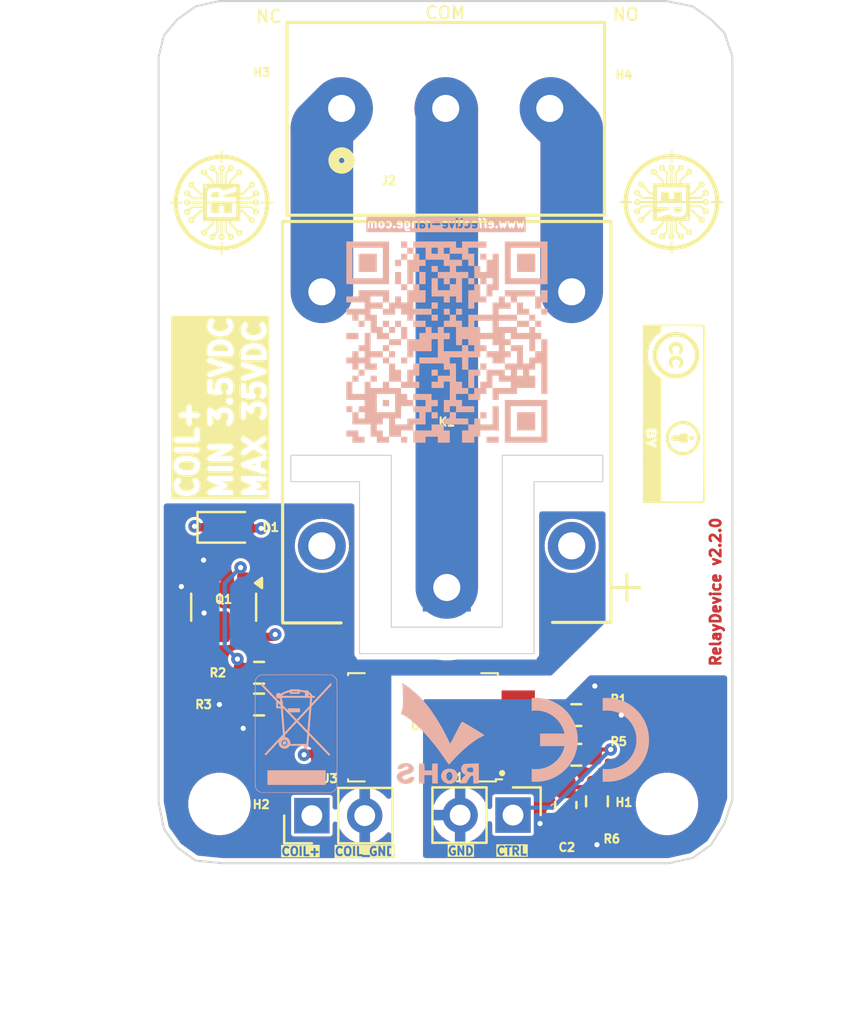
<source format=kicad_pcb>
(kicad_pcb (version 20240108) (generator "pcbnew") (generator_version "8.0")
  (title_block (title "Effective Range RelayDevice") (date "2024-06-17") (rev "v2.1.0") (company "Effective Range Kft.") (comment 1 "visit https://creativecommons.org/licenses/by/4.0/") (comment 2 "is licensed under CC BY 4.0. To view a copy of this license,") (comment 3 "License: MrHAT © 2024 by Ferenc Nandor Janky & Attila Gombos") (comment 4 "Design Engineer: Ferenc Janky"))
  (layers (0 "F.Cu" mixed) (1 "In1.Cu" power) (2 "In2.Cu" power) (31 "B.Cu" mixed) (34 "B.Paste" user) (35 "F.Paste" user) (36 "B.SilkS" user "B.Silkscreen") (37 "F.SilkS" user "F.Silkscreen") (38 "B.Mask" user) (39 "F.Mask" user) (44 "Edge.Cuts" user))
  (net 0 "")
  (net 1 "GND")
  (net 2 "+5V")
  (net 3 "/RELAY_CTRL")
  (net 4 "/NC")
  (net 5 "/COM")
  (net 6 "/NO")
  (net 7 "/Q_COLL")
  (net 8 "/Q_BASE")
  (net 9 "/COIL_CTRL")
  (net 10 "GND2")
  (net 11 "/OPTO_A")
  (net 12 "/OPTO_K")
  (footprint "relay:RELAY5_J107F-1C_CRS" (layer "F.Cu") (at 116.713 101.18665 180)
    (property "Reference" "K1" (at 0.000001 7.949601 0) (layer "F.SilkS") (effects (font (size 0.4 0.4) (thickness 0.1))))
    (property "Value" "J107F1CS125VDC.36")
    (fp_poly (pts (xy -7.493 6.35) (xy -7.493 5.08) (xy -4.191 5.08) (xy -4.191 -3.175) (xy 4.191 -3.175) (xy 4.191 5.08) (xy 7.493 5.08) (xy 7.493 6.35) (xy 2.667 6.35) (xy 2.667 -1.905) (xy -2.667 -1.905) (xy -2.667 6.35)) (stroke (width 0.05)) (fill none) (layer "Edge.Cuts"))
    (pad "1" thru_hole rect (at 0 0 180) (size 2.3 2.3) (drill 1.3) (layers "*.Cu" "*.Mask") (net 5 "/COM"))
    (pad "2" thru_hole circle (at -5.999999 2 180) (size 2.3 2.3) (drill 1.3) (layers "*.Cu" "*.Mask") (net 7 "/Q_COLL"))
    (pad "3" thru_hole circle (at -5.999999 14.199199 180) (size 2.3 2.3) (drill 1.3) (layers "*.Cu" "*.Mask") (net 6 "/NO"))
    (pad "4" thru_hole circle (at 5.999999 14.199199 180) (size 2.3 2.3) (drill 1.3) (layers "*.Cu" "*.Mask") (net 4 "/NC"))
    (pad "5" thru_hole circle (at 5.999999 2 180) (size 2.3 2.3) (drill 1.3) (layers "*.Cu" "*.Mask") (net 2 "+5V"))
  )
  (footprint "Resistor_SMD:R_0603_1608Metric" (layer "F.Cu") (at 107.696 105.283)
    (property "Reference" "R2" (at -1.9812 0 0) (layer "F.SilkS") (effects (font (size 0.4 0.4) (thickness 0.1))))
    (property "Value" "180")
    (pad "1" smd roundrect (at -0.825 0) (size 0.8 0.95) (layers "F.Cu" "F.Paste" "F.Mask") (net 8 "/Q_BASE"))
    (pad "2" smd roundrect (at 0.825 0) (size 0.8 0.95) (layers "F.Cu" "F.Paste" "F.Mask") (net 9 "/COIL_CTRL"))
  )
  (footprint "Resistor_SMD:R_0603_1608Metric" (layer "F.Cu") (at 122.936 107.315 180)
    (property "Reference" "R1" (at -2.032 0.762 0) (layer "F.SilkS") (effects (font (size 0.4 0.4) (thickness 0.1))))
    (property "Value" "180")
    (pad "1" smd roundrect (at -0.825 0 180) (size 0.8 0.95) (layers "F.Cu" "F.Paste" "F.Mask") (net 1 "GND"))
    (pad "2" smd roundrect (at 0.825 0 180) (size 0.8 0.95) (layers "F.Cu" "F.Paste" "F.Mask") (net 12 "/OPTO_K"))
  )
  (footprint "relay:ccby" (layer "F.Cu") (at 127.635 92.837 -90)
    (property "Reference" "G***" (hide yes))
    (property "Value" "LOGO" (hide yes))
  )
  (footprint "Resistor_SMD:R_0603_1608Metric" (layer "F.Cu") (at 107.696 106.807 180)
    (property "Reference" "R3" (at 2.667 0 0) (layer "F.SilkS") (effects (font (size 0.4 0.4) (thickness 0.1))))
    (property "Value" "1M")
    (pad "1" smd roundrect (at -0.825 0 180) (size 0.8 0.95) (layers "F.Cu" "F.Paste" "F.Mask") (net 9 "/COIL_CTRL"))
    (pad "2" smd roundrect (at 0.825 0 180) (size 0.8 0.95) (layers "F.Cu" "F.Paste" "F.Mask") (net 10 "GND2"))
  )
  (footprint "Connector_PinHeader_2.54mm:PinHeader_1x02_P2.54mm_Vertical" (layer "F.Cu") (at 119.893 112.1156 -90)
    (property "Reference" "J1" (at -1.8034 2.7228 0) (layer "F.SilkS") (effects (font (size 0.4 0.4) (thickness 0.1))))
    (property "Value" "RELAY_CTRL")
    (pad "1" thru_hole rect (at 0 0 270) (size 1.7 1.7) (drill 1) (layers "*.Cu" "*.Mask") (net 3 "/RELAY_CTRL"))
    (pad "2" thru_hole oval (at 0 2.54 270) (size 1.7 1.7) (drill 1) (layers "*.Cu" "*.Mask") (net 1 "GND"))
  )
  (footprint "Connector_PinHeader_2.54mm:PinHeader_1x02_P2.54mm_Vertical" (layer "F.Cu") (at 110.231 112.141 90)
    (property "Reference" "J3" (at 1.778 0.894 0) (layer "F.SilkS") (effects (font (size 0.4 0.4) (thickness 0.1))))
    (property "Value" "RELAY_PWR")
    (pad "1" thru_hole rect (at 0 0 90) (size 1.7 1.7) (drill 1) (layers "*.Cu" "*.Mask") (net 2 "+5V"))
    (pad "2" thru_hole oval (at 0 2.54 90) (size 1.7 1.7) (drill 1) (layers "*.Cu" "*.Mask") (net 10 "GND2"))
  )
  (footprint "MountingHole:MountingHole_2.7mm_M2.5_DIN965" (layer "F.Cu") (at 127.291 76.581)
    (property "Reference" "H4" (at -2.069 0 0) (layer "F.SilkS") (effects (font (size 0.4 0.4) (thickness 0.1))))
    (property "Value" "MountingHole")
    (pad "" np_thru_hole circle (at 0 0) (size 2.7 2.7) (drill 2.7) (layers "*.Cu" "*.Mask"))
  )
  (footprint "Package_TO_SOT_SMD:SOT-23" (layer "F.Cu") (at 105.9942 102.1334 -90)
    (property "Reference" "Q1" (at -0.381 0 0) (layer "F.SilkS") (effects (font (size 0.4 0.4) (thickness 0.1))))
    (property "Value" "2N7002")
    (pad "1" smd roundrect (at -0.9375 -0.95 270) (size 1.475 0.6) (layers "F.Cu" "F.Paste" "F.Mask") (net 8 "/Q_BASE"))
    (pad "2" smd roundrect (at -0.9375 0.95 270) (size 1.475 0.6) (layers "F.Cu" "F.Paste" "F.Mask") (net 10 "GND2"))
    (pad "3" smd roundrect (at 0.9375 0 270) (size 1.475 0.6) (layers "F.Cu" "F.Paste" "F.Mask") (net 7 "/Q_COLL"))
  )
  (footprint "relay:APC-817C1-SL" (layer "F.Cu") (at 115.57 107.8992 180)
    (property "Reference" "U1" (at 0.1778 0.0762 0) (layer "F.SilkS") (effects (font (size 0.4 0.4) (thickness 0.1))))
    (property "Value" "APC-817C1-SL")
    (pad "1" smd rect (at -4.575 -1.27 180) (size 1.6 1) (layers "F.Cu" "F.Paste" "F.Mask") (net 11 "/OPTO_A"))
    (pad "2" smd rect (at -4.575 1.27 180) (size 1.6 1) (layers "F.Cu" "F.Paste" "F.Mask") (net 12 "/OPTO_K"))
    (pad "3" smd rect (at 4.575 1.27 180) (size 1.6 1) (layers "F.Cu" "F.Paste" "F.Mask") (net 9 "/COIL_CTRL"))
    (pad "4" smd rect (at 4.575 -1.27 180) (size 1.6 1) (layers "F.Cu" "F.Paste" "F.Mask") (net 2 "+5V"))
  )
  (footprint "relay:erlogo" (layer "F.Cu") (at 105.8926 82.7024 90)
    (property "Reference" "G***" (hide yes))
    (property "Value" "LOGO" (hide yes))
  )
  (footprint "Diode_SMD:D_0603_1608Metric" (layer "F.Cu") (at 106.2228 98.298)
    (property "Reference" "D1" (at 2.032 0 0) (layer "F.SilkS") (effects (font (size 0.4 0.4) (thickness 0.1))))
    (property "Value" "TS4148 RCG")
    (pad "1" smd roundrect (at -0.7875 0) (size 0.875 0.95) (layers "F.Cu" "F.Paste" "F.Mask") (net 2 "+5V"))
    (pad "2" smd roundrect (at 0.7875 0) (size 0.875 0.95) (layers "F.Cu" "F.Paste" "F.Mask") (net 7 "/Q_COLL"))
  )
  (footprint "MountingHole:MountingHole_2.7mm_M2.5_DIN965" (layer "F.Cu") (at 105.791 76.581)
    (property "Reference" "H3" (at 2.032 -0.127 0) (layer "F.SilkS") (effects (font (size 0.4 0.4) (thickness 0.1))))
    (property "Value" "MountingHole")
    (pad "" np_thru_hole circle (at 0 0) (size 2.7 2.7) (drill 2.7) (layers "*.Cu" "*.Mask"))
  )
  (footprint "Capacitor_SMD:C_0603_1608Metric_Pad1.08x0.95mm_HandSolder" (layer "F.Cu") (at 122.428 111.633 -90)
    (property "Reference" "C2" (at 2.032 -0.0508 0) (layer "F.SilkS") (effects (font (size 0.4 0.4) (thickness 0.1))))
    (property "Value" "1uF")
    (pad "1" smd roundrect (at -0.8625 0 270) (size 1.075 0.95) (layers "F.Cu" "F.Paste" "F.Mask") (net 11 "/OPTO_A"))
    (pad "2" smd roundrect (at 0.8625 0 270) (size 1.075 0.95) (layers "F.Cu" "F.Paste" "F.Mask") (net 1 "GND"))
  )
  (footprint "relay:CONN_1935174_PXC" (layer "F.Cu") (at 111.6622 78.1812)
    (property "Reference" "J2" (at 2.2568 3.4798 0) (layer "F.SilkS") (effects (font (size 0.4 0.4) (thickness 0.1))))
    (property "Value" "OUT")
    (pad "1" thru_hole circle (at 0 0) (size 2.3 2.3) (drill 1.3) (layers "*.Cu" "*.Mask") (net 4 "/NC"))
    (pad "2" thru_hole circle (at 5 0) (size 2.3 2.3) (drill 1.3) (layers "*.Cu" "*.Mask") (net 5 "/COM"))
    (pad "3" thru_hole circle (at 10 0) (size 2.3 2.3) (drill 1.3) (layers "*.Cu" "*.Mask") (net 6 "/NO"))
  )
  (footprint "relay:erlogo" (layer "F.Cu") (at 127.508 82.677 -90)
    (property "Reference" "G***" (hide yes))
    (property "Value" "LOGO" (hide yes))
  )
  (footprint "Resistor_SMD:R_0603_1608Metric" (layer "F.Cu") (at 122.936 109.22 180)
    (property "Reference" "R5" (at -2.032 0.635 0) (layer "F.SilkS") (effects (font (size 0.4 0.4) (thickness 0.1))))
    (property "Value" "180")
    (pad "1" smd roundrect (at -0.825 0 180) (size 0.8 0.95) (layers "F.Cu" "F.Paste" "F.Mask") (net 3 "/RELAY_CTRL"))
    (pad "2" smd roundrect (at 0.825 0 180) (size 0.8 0.95) (layers "F.Cu" "F.Paste" "F.Mask") (net 11 "/OPTO_A"))
  )
  (footprint "MountingHole:MountingHole_2.7mm_M2.5_DIN965" (layer "F.Cu") (at 127.291 111.581)
    (property "Reference" "H1" (at -2.069 -0.075 0) (layer "F.SilkS") (effects (font (size 0.4 0.4) (thickness 0.1))))
    (property "Value" "MountingHole")
    (pad "" np_thru_hole circle (at 0 0) (size 2.7 2.7) (drill 2.7) (layers "*.Cu" "*.Mask"))
  )
  (footprint "Resistor_SMD:R_0603_1608Metric" (layer "F.Cu") (at 123.9266 111.4552 -90)
    (property "Reference" "R6" (at 1.8034 -0.7112 0) (layer "F.SilkS") (effects (font (size 0.4 0.4) (thickness 0.1))))
    (property "Value" "1M")
    (pad "1" smd roundrect (at -0.825 0 270) (size 0.8 0.95) (layers "F.Cu" "F.Paste" "F.Mask") (net 11 "/OPTO_A"))
    (pad "2" smd roundrect (at 0.825 0 270) (size 0.8 0.95) (layers "F.Cu" "F.Paste" "F.Mask") (net 1 "GND"))
  )
  (footprint "MountingHole:MountingHole_2.7mm_M2.5_DIN965" (layer "F.Cu") (at 105.791 111.581)
    (property "Reference" "H2" (at 2.0066 0.0266 0) (layer "F.SilkS") (effects (font (size 0.4 0.4) (thickness 0.1))))
    (property "Value" "MountingHole")
    (pad "" np_thru_hole circle (at 0 0) (size 2.7 2.7) (drill 2.7) (layers "*.Cu" "*.Mask"))
  )
  (footprint "relay:qr-url" (layer "B.Cu") (at 116.713 89.408 180)
    (property "Reference" "G***" (hide yes))
    (property "Value" "LOGO" (hide yes))
  )
  (footprint "relay:ce" (layer "B.Cu") (at 123.173258 108.6975 180)
    (property "Reference" "G***" (hide yes))
    (property "Value" "LOGO" (hide yes))
  )
  (footprint "relay:rohs" (layer "B.Cu") (at 116.332 108.331 180)
    (property "Reference" "G***" (hide yes))
    (property "Value" "LOGO" (hide yes))
  )
  (footprint "relay:weee" (layer "B.Cu") (at 109.474 108.204 180)
    (property "Reference" "G***" (hide yes))
    (property "Value" "LOGO" (hide yes))
  )
  (gr_poly (pts (xy 103.124 112.776) (xy 102.87 111.506) (xy 102.87 75.692) (xy 103.124 74.676) (xy 103.759 73.914) (xy 104.648 73.279) (xy 105.791 73.025) (xy 127.254 73.025) (xy 128.524 73.279) (xy 129.413 73.914) (xy 130.048 74.549) (xy 130.429 75.692) (xy 130.429 111.379) (xy 130.048 112.522) (xy 129.413 113.538) (xy 128.524 114.173) (xy 127.381 114.427) (xy 105.918 114.427) (xy 104.648 114.3) (xy 103.759 113.665)) (stroke (width 0.1)) (fill none) (layer "Edge.Cuts"))
  (gr_text "RelayDevice v2.2.0" (at 129.921 105.029 90) (layer "F.Cu") (effects (font (size 0.5 0.5) (thickness 0.125) (bold yes)) (justify left bottom)))
  (gr_text "www.effective-range.com" (at 120.523 83.947 -0) (layer "B.SilkS" knockout) (effects (font (size 0.4 0.4) (thickness 0.1) (bold yes)) (justify left bottom mirror)))
  (gr_text "COIL_GND" (at 111.2774 114.0968 0) (layer "F.SilkS" knockout) (effects (font (size 0.4 0.4) (thickness 0.1) (bold yes)) (justify left bottom)))
  (gr_text "COIL+" (at 108.712 114.0968 0) (layer "F.SilkS" knockout) (effects (font (size 0.4 0.4) (thickness 0.1) (bold yes)) (justify left bottom)))
  (gr_text "GND" (at 116.713 114.0714 0) (layer "F.SilkS" knockout) (effects (font (size 0.4 0.4) (thickness 0.1) (bold yes)) (justify left bottom)))
  (gr_text "COM" (at 115.6208 73.9394 0) (layer "F.SilkS") (effects (font (size 0.6 0.6) (thickness 0.1) (bold yes)) (justify left bottom)))
  (gr_text "COIL+\nMIN 3.5VDC\nMAX 35VDC" (at 108.077 97.028 90) (layer "F.SilkS" knockout) (effects (font (size 1 1) (thickness 0.25) (bold yes)) (justify left bottom)))
  (gr_text "CTRL" (at 119.0498 114.0714 0) (layer "F.SilkS" knockout) (effects (font (size 0.4 0.4) (thickness 0.1) (bold yes)) (justify left bottom)))
  (gr_text "NC" (at 107.4928 74.1172 0) (layer "F.SilkS") (effects (font (size 0.6 0.6) (thickness 0.1) (bold yes)) (justify left bottom)))
  (gr_text "NO\n" (at 124.6124 74.0156 0) (layer "F.SilkS") (effects (font (size 0.6 0.6) (thickness 0.1) (bold yes)) (justify left bottom)))
  (via (at 121.193002 112.522) (size 0.6) (drill 0.25) (layers "F.Cu" "B.Cu") (net 1))
  (via (at 123.825 105.918) (size 0.6) (drill 0.25) (layers "F.Cu" "B.Cu") (net 1))
  (via (at 123.9266 113.538) (size 0.6) (drill 0.25) (layers "F.Cu" "B.Cu") (net 1))
  (via (at 125.095 107.315) (size 0.6) (drill 0.25) (layers "F.Cu" "B.Cu") (net 1))
  (segment (start 105.4353 98.298) (end 104.648 98.298) (width 0.4) (layer "F.Cu") (net 2))
  (segment (start 109.9058 109.1692) (end 109.855 109.22) (width 0.4) (layer "F.Cu") (net 2))
  (segment (start 104.648 98.298) (end 104.5972 98.2472) (width 0.4) (layer "F.Cu") (net 2))
  (segment (start 110.995 109.1692) (end 109.9058 109.1692) (width 0.4) (layer "F.Cu") (net 2))
  (via (at 104.5972 98.2472) (size 0.6) (drill 0.25) (layers "F.Cu" "B.Cu") (net 2))
  (via (at 109.855 109.22) (size 0.6) (drill 0.25) (layers "F.Cu" "B.Cu") (net 2))
  (segment (start 124.587 108.966) (end 124.015 108.966) (width 0.2) (layer "F.Cu") (net 3))
  (segment (start 124.015 108.966) (end 123.761 109.22) (width 0.2) (layer "F.Cu") (net 3))
  (via (at 124.587 108.966) (size 0.6) (drill 0.25) (layers "F.Cu" "B.Cu") (net 3))
  (segment (start 121.793 111.76) (end 124.587 108.966) (width 0.2) (layer "B.Cu") (net 3))
  (segment (start 119.893 111.76) (end 121.793 111.76) (width 0.2) (layer "B.Cu") (net 3))
  (segment (start 110.713001 79.130399) (end 111.6622 78.1812) (width 3) (layer "F.Cu") (net 4))
  (segment (start 110.713001 86.987451) (end 110.713001 79.130399) (width 3) (layer "F.Cu") (net 4))
  (segment (start 110.713001 86.987451) (end 110.713001 79.130399) (width 3) (layer "B.Cu") (net 4))
  (segment (start 110.713001 79.130399) (end 111.6622 78.1812) (width 3) (layer "B.Cu") (net 4))
  (segment (start 116.713 101.18665) (end 116.713 78.232) (width 3) (layer "F.Cu") (net 5))
  (segment (start 116.713 78.232) (end 116.6622 78.1812) (width 3) (layer "F.Cu") (net 5))
  (segment (start 116.713 101.18665) (end 116.713 78.232) (width 3) (layer "B.Cu") (net 5))
  (segment (start 116.713 78.232) (end 116.6622 78.1812) (width 3) (layer "B.Cu") (net 5))
  (segment (start 122.712999 79.181199) (end 121.713 78.1812) (width 3) (layer "F.Cu") (net 6))
  (segment (start 122.712999 86.987451) (end 122.712999 79.181199) (width 3) (layer "F.Cu") (net 6))
  (segment (start 122.712999 79.181199) (end 121.713 78.1812) (width 3) (layer "B.Cu") (net 6))
  (segment (start 122.712999 86.987451) (end 122.712999 79.181199) (width 3) (layer "B.Cu") (net 6))
  (segment (start 108.4707 103.4415) (end 108.3564 103.5558) (width 0.4) (layer "F.Cu") (net 7))
  (segment (start 107.7976 98.3488) (end 107.0611 98.3488) (width 0.4) (layer "F.Cu") (net 7))
  (segment (start 106.4791 103.5558) (end 105.9942 103.0709) (width 0.4) (layer "F.Cu") (net 7))
  (segment (start 107.0611 98.3488) (end 107.0103 98.298) (width 0.4) (layer "F.Cu") (net 7))
  (segment (start 108.3564 103.5558) (end 106.4791 103.5558) (width 0.4) (layer "F.Cu") (net 7))
  (via (at 108.4707 103.4415) (size 0.6) (drill 0.25) (layers "F.Cu" "B.Cu") (net 7))
  (via (at 107.7976 98.3488) (size 0.6) (drill 0.25) (layers "F.Cu" "B.Cu") (net 7))
  (segment (start 106.6546 104.6226) (end 106.871 104.839) (width 0.2) (layer "F.Cu") (net 8))
  (segment (start 106.871 104.839) (end 106.871 105.283) (width 0.2) (layer "F.Cu") (net 8))
  (segment (start 106.807 100.2284) (end 106.807 101.0587) (width 0.2) (layer "F.Cu") (net 8))
  (segment (start 106.807 101.0587) (end 106.9442 101.1959) (width 0.2) (layer "F.Cu") (net 8))
  (via (at 106.807 100.2284) (size 0.6) (drill 0.25) (layers "F.Cu" "B.Cu") (net 8))
  (via (at 106.6546 104.6226) (size 0.6) (drill 0.25) (layers "F.Cu" "B.Cu") (net 8))
  (segment (start 106.045 104.013) (end 106.6546 104.6226) (width 0.2) (layer "B.Cu") (net 8))
  (segment (start 106.807 100.2284) (end 106.045 100.9904) (width 0.2) (layer "B.Cu") (net 8))
  (segment (start 106.045 100.9904) (end 106.045 104.013) (width 0.2) (layer "B.Cu") (net 8))
  (segment (start 108.521 106.807) (end 108.521 105.283) (width 0.2) (layer "F.Cu") (net 9))
  (segment (start 109.6488 105.283) (end 110.995 106.6292) (width 0.2) (layer "F.Cu") (net 9))
  (segment (start 108.521 105.283) (end 109.6488 105.283) (width 0.2) (layer "F.Cu") (net 9))
  (via (at 105.0544 102.4128) (size 0.6) (drill 0.25) (layers "F.Cu" "B.Cu") (net 10))
  (via (at 106.934 107.95) (size 0.6) (drill 0.25) (layers "F.Cu" "B.Cu") (net 10))
  (via (at 103.9622 101.1428) (size 0.6) (drill 0.25) (layers "F.Cu" "B.Cu") (net 10))
  (via (at 105.029 99.8728) (size 0.6) (drill 0.25) (layers "F.Cu" "B.Cu") (net 10))
  (via (at 105.791 106.807) (size 0.6) (drill 0.25) (layers "F.Cu" "B.Cu") (net 10))
  (segment (start 120.145 109.1692) (end 122.0602 109.1692) (width 0.2) (layer "F.Cu") (net 11))
  (segment (start 122.0602 109.1692) (end 122.111 109.22) (width 0.2) (layer "F.Cu") (net 11))
  (segment (start 123.7863 110.7705) (end 123.9266 110.6302) (width 0.2) (layer "F.Cu") (net 11))
  (segment (start 122.111 109.22) (end 122.175 109.22) (width 0.2) (layer "F.Cu") (net 11))
  (segment (start 122.428 110.7705) (end 123.7863 110.7705) (width 0.2) (layer "F.Cu") (net 11))
  (segment (start 122.175 109.22) (end 122.428 109.473) (width 0.2) (layer "F.Cu") (net 11))
  (segment (start 122.428 109.473) (end 122.428 110.7705) (width 0.2) (layer "F.Cu") (net 11))
  (segment (start 120.396 106.6292) (end 121.0818 107.315) (width 0.2) (layer "F.Cu") (net 12))
  (segment (start 120.145 106.6292) (end 120.396 106.6292) (width 0.2) (layer "F.Cu") (net 12))
  (segment (start 121.0818 107.315) (end 122.111 107.315) (width 0.2) (layer "F.Cu") (net 12))
  (zone (net 1) (net_name "GND") (layers "F.Cu" "In1.Cu" "B.Cu") (connect_pads (clearance 0.15)) (min_thickness 0.25) (fill yes (thermal_gap 0.5) (thermal_bridge_width 0.5))
    (polygon (pts (xy 115.57 106.553) (xy 122.428 106.553) (xy 123.571 105.41) (xy 135.89 105.41) (xy 135.89 122.174) (xy 115.57 121.92)))
  )
  (zone (net 10) (net_name "GND2") (layers "F.Cu" "In1.Cu" "B.Cu") (connect_pads (clearance 0.15)) (min_thickness 0.25) (fill yes (thermal_gap 0.5) (thermal_bridge_width 0.5))
    (polygon (pts (xy 95.25 97.155) (xy 112.395 97.155) (xy 112.395 104.648) (xy 121.031 104.648) (xy 121.031 97.536) (xy 124.333 97.536) (xy 124.333 102.87) (xy 121.7422 105.41) (xy 114.046 105.41) (xy 114.046 122.0724) (xy 95.25 121.92)))
  )
)
</source>
